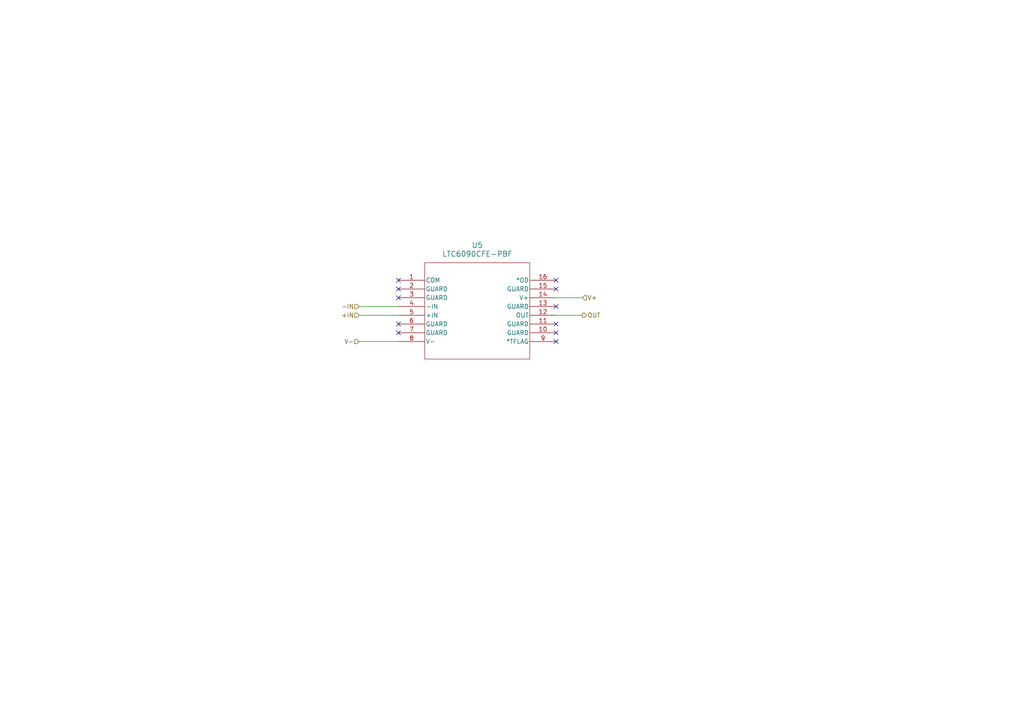
<source format=kicad_sch>
(kicad_sch (version 20231120) (generator "eeschema") (generator_version "8.0")
  (paper "A4")
  (lib_symbols
    (symbol "LTC6090CFE_PBF:LTC6090CFE-PBF" (pin_names (offset 0.254))
      (property "Reference" "U" (at 22.86 10.16 0))
      (property "Value" "LTC6090CFE-PBF" (at 22.86 7.62 0))
      (symbol "LTC6090CFE-PBF_0_1"
        (polyline (pts (xy 7.62 -22.86) (xy 38.1 -22.86)) (stroke (width 0.127)))
        (polyline (pts (xy 7.62 5.08) (xy 7.62 -22.86)) (stroke (width 0.127)))
        (polyline (pts (xy 38.1 -22.86) (xy 38.1 5.08)) (stroke (width 0.127)))
        (polyline (pts (xy 38.1 5.08) (xy 7.62 5.08)) (stroke (width 0.127)))
        (pin unspecified line (at 0 0 0) (length 7.62) (name "COM") (number "1"))
        (pin unspecified line (at 45.72 -15.24 180) (length 7.62) (name "GUARD") (number "10"))
        (pin unspecified line (at 45.72 -12.7 180) (length 7.62) (name "GUARD") (number "11"))
        (pin output line (at 45.72 -10.16 180) (length 7.62) (name "OUT") (number "12"))
        (pin unspecified line (at 45.72 -7.62 180) (length 7.62) (name "GUARD") (number "13"))
        (pin power_in line (at 45.72 -5.08 180) (length 7.62) (name "V+") (number "14"))
        (pin unspecified line (at 45.72 -2.54 180) (length 7.62) (name "GUARD") (number "15"))
        (pin output line (at 45.72 0 180) (length 7.62) (name "*OD") (number "16"))
        (pin unspecified line (at 0 -2.54 0) (length 7.62) (name "GUARD") (number "2"))
        (pin unspecified line (at 0 -5.08 0) (length 7.62) (name "GUARD") (number "3"))
        (pin input line (at 0 -7.62 0) (length 7.62) (name "-IN") (number "4"))
        (pin input line (at 0 -10.16 0) (length 7.62) (name "+IN") (number "5"))
        (pin unspecified line (at 0 -12.7 0) (length 7.62) (name "GUARD") (number "6"))
        (pin unspecified line (at 0 -15.24 0) (length 7.62) (name "GUARD") (number "7"))
        (pin power_in line (at 0 -17.78 0) (length 7.62) (name "V-") (number "8"))
        (pin output line (at 45.72 -17.78 180) (length 7.62) (name "*TFLAG") (number "9"))
      )
    )
  )
  (no_connect (at 161.29 93.98))
  (no_connect (at 161.29 83.82))
  (no_connect (at 161.29 99.06))
  (no_connect (at 115.57 96.52))
  (no_connect (at 115.57 93.98))
  (no_connect (at 161.29 81.28))
  (no_connect (at 115.57 83.82))
  (no_connect (at 115.57 86.36))
  (no_connect (at 161.29 96.52))
  (no_connect (at 115.57 81.28))
  (no_connect (at 161.29 88.9))
  (wire (pts (xy 161.29 91.44) (xy 168.91 91.44)))
  (wire (pts (xy 104.14 91.44) (xy 115.57 91.44)))
  (wire (pts (xy 104.14 99.06) (xy 115.57 99.06)))
  (wire (pts (xy 161.29 86.36) (xy 168.91 86.36)))
  (wire (pts (xy 104.14 88.9) (xy 115.57 88.9)))
  (hierarchical_label "OUT" (shape output) (at 168.91 91.44 0))
  (hierarchical_label "-IN" (shape input) (at 104.14 88.9 180))
  (hierarchical_label "V-" (shape input) (at 104.14 99.06 180))
  (hierarchical_label "+IN" (shape input) (at 104.14 91.44 180))
  (hierarchical_label "V+" (shape input) (at 168.91 86.36 0))
  (symbol (lib_id "LTC6090CFE_PBF:LTC6090CFE-PBF") (at 115.57 81.28 0) (unit 1)
    (property "Reference" "U5" (at 138.43 71.12 0) (effects (font (size 1.524 1.524))))
    (property "Value" "LTC6090CFE-PBF" (at 138.43 73.66 0) (effects (font (size 1.524 1.524))))
    (property "Footprint" "LTC6090CFE_PBF:TSSOP-16_FE&slash_BA_LIT" (effects (hide yes)))
    (property "Datasheet" "LTC6090CFE-PBF" (effects (hide yes)))
  )
)
</source>
